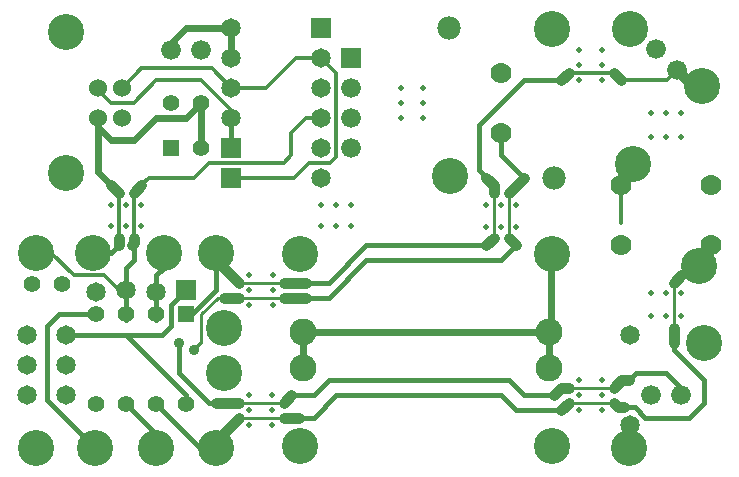
<source format=gbl>
G04 (created by PCBNEW (2013-07-07 BZR 4022)-stable) date 2/1/2015 8:32:49 PM*
%MOIN*%
G04 Gerber Fmt 3.4, Leading zero omitted, Abs format*
%FSLAX34Y34*%
G01*
G70*
G90*
G04 APERTURE LIST*
%ADD10C,0.00590551*%
%ADD11R,0.065X0.065*%
%ADD12C,0.065*%
%ADD13R,0.066X0.066*%
%ADD14C,0.066*%
%ADD15C,0.055*%
%ADD16C,0.07*%
%ADD17C,0.06*%
%ADD18C,0.12*%
%ADD19R,0.055X0.055*%
%ADD20C,0.09*%
%ADD21C,0.02*%
%ADD22C,0.078125*%
%ADD23C,0.035*%
%ADD24C,0.024*%
%ADD25C,0.016*%
%ADD26C,0.012*%
%ADD27C,0.036*%
%ADD28C,0.01*%
G04 APERTURE END LIST*
G54D10*
G54D11*
X52500Y-41250D03*
G54D12*
X49500Y-41250D03*
G54D11*
X48000Y-50000D03*
G54D12*
X47000Y-50050D03*
X46000Y-50000D03*
X45000Y-50050D03*
X44000Y-52500D03*
X44000Y-51500D03*
X44000Y-53500D03*
X42700Y-51500D03*
X42700Y-52500D03*
X42700Y-53500D03*
G54D13*
X53500Y-42250D03*
G54D14*
X53500Y-43250D03*
X53500Y-44250D03*
X53500Y-45250D03*
G54D15*
X42850Y-49800D03*
X43850Y-49800D03*
G54D16*
X62500Y-48500D03*
X62500Y-46500D03*
X65500Y-48500D03*
X65500Y-46500D03*
X58500Y-44750D03*
X58500Y-42750D03*
G54D17*
X45850Y-44250D03*
X45850Y-43250D03*
X45063Y-43250D03*
X45063Y-44250D03*
G54D18*
X44000Y-46112D03*
X44000Y-41388D03*
G54D19*
X48000Y-50800D03*
G54D15*
X47000Y-50800D03*
X46000Y-50800D03*
X45000Y-50800D03*
X45000Y-53800D03*
X46000Y-53800D03*
X47000Y-53800D03*
X48000Y-53800D03*
G54D11*
X49500Y-46250D03*
G54D12*
X52500Y-46250D03*
X49500Y-42250D03*
X52500Y-42250D03*
X49500Y-44250D03*
X52500Y-44250D03*
X49500Y-43250D03*
X52500Y-43250D03*
X62800Y-54500D03*
X62800Y-51500D03*
G54D19*
X47500Y-45250D03*
G54D15*
X48500Y-45250D03*
G54D20*
X51900Y-52600D03*
X60100Y-52600D03*
X51900Y-51400D03*
X60100Y-51400D03*
G54D18*
X49250Y-52750D03*
X49000Y-48750D03*
X47000Y-55250D03*
X43000Y-55250D03*
X49000Y-55250D03*
X65200Y-43200D03*
X62800Y-41300D03*
X65250Y-51750D03*
X62750Y-55250D03*
X65100Y-49200D03*
X56800Y-46200D03*
X60200Y-41300D03*
X62900Y-45800D03*
X51800Y-55200D03*
X60200Y-55200D03*
X51800Y-48800D03*
X44900Y-48750D03*
G54D14*
X63646Y-41946D03*
X64353Y-42653D03*
G54D21*
X46000Y-47850D03*
X45500Y-47850D03*
X46500Y-47850D03*
X46000Y-47150D03*
X46500Y-47150D03*
X45500Y-47150D03*
G54D22*
X60250Y-46250D03*
X56750Y-41250D03*
G54D18*
X60200Y-48800D03*
G54D11*
X49500Y-45250D03*
G54D12*
X52500Y-45250D03*
G54D21*
X53000Y-47850D03*
X52500Y-47850D03*
X53500Y-47850D03*
X53000Y-47150D03*
X53500Y-47150D03*
X52500Y-47150D03*
X58500Y-47150D03*
X59000Y-47150D03*
X58000Y-47150D03*
X58500Y-47900D03*
X59000Y-47900D03*
X58000Y-47900D03*
X55150Y-43750D03*
X55150Y-43250D03*
X55150Y-44250D03*
X55900Y-43750D03*
X55900Y-43250D03*
X55900Y-44250D03*
X64000Y-44900D03*
X64500Y-44900D03*
X63500Y-44900D03*
X64000Y-44100D03*
X63500Y-44100D03*
X64500Y-44100D03*
X61100Y-42500D03*
X61100Y-43000D03*
X61100Y-42000D03*
X61850Y-42500D03*
X61850Y-43000D03*
X61850Y-42000D03*
X61100Y-53500D03*
X61100Y-54000D03*
X61100Y-53000D03*
X61850Y-53500D03*
X61850Y-54000D03*
X61850Y-53000D03*
X64000Y-50850D03*
X63500Y-50850D03*
X64500Y-50850D03*
X64000Y-50100D03*
X63500Y-50100D03*
X64500Y-50100D03*
G54D15*
X47500Y-43750D03*
X48500Y-43750D03*
G54D14*
X47500Y-42000D03*
X48500Y-42000D03*
G54D21*
X50100Y-54000D03*
X50100Y-54500D03*
X50100Y-53500D03*
X50850Y-54000D03*
X50850Y-54500D03*
X50850Y-53500D03*
X50100Y-50000D03*
X50100Y-50500D03*
X50100Y-49500D03*
X50900Y-50000D03*
X50900Y-49500D03*
X50900Y-50500D03*
G54D18*
X49250Y-51250D03*
X44950Y-55250D03*
X47250Y-48750D03*
X43000Y-48750D03*
G54D14*
X64500Y-53500D03*
X63500Y-53500D03*
G54D23*
X47750Y-51750D03*
X48250Y-52000D03*
G54D24*
X49500Y-42250D02*
X49500Y-41250D01*
X49500Y-41250D02*
X48000Y-41250D01*
X48000Y-41250D02*
X47500Y-41750D01*
X47500Y-41750D02*
X47500Y-42000D01*
G54D25*
X48000Y-53800D02*
X48000Y-53500D01*
X48000Y-53500D02*
X46000Y-51500D01*
X48000Y-50000D02*
X48000Y-49750D01*
X44000Y-51500D02*
X46000Y-51500D01*
X46000Y-51500D02*
X46250Y-51500D01*
X46250Y-51500D02*
X47150Y-51500D01*
X47150Y-51500D02*
X47200Y-51500D01*
X47500Y-50500D02*
X48000Y-50000D01*
X47500Y-51200D02*
X47500Y-50500D01*
X47200Y-51500D02*
X47500Y-51200D01*
G54D26*
X62500Y-46500D02*
X62500Y-47750D01*
G54D25*
X45000Y-50800D02*
X43750Y-50800D01*
X43350Y-53650D02*
X44950Y-55250D01*
X43350Y-51200D02*
X43350Y-53650D01*
X43750Y-50800D02*
X43350Y-51200D01*
X44900Y-48750D02*
X45500Y-48750D01*
G54D27*
X45750Y-48500D02*
X45750Y-48250D01*
G54D26*
X45750Y-48250D02*
X45750Y-48000D01*
G54D27*
X45750Y-46750D02*
X45500Y-46500D01*
G54D26*
X45750Y-48000D02*
X45750Y-46750D01*
G54D24*
X45063Y-46063D02*
X45063Y-44250D01*
X45063Y-46063D02*
X45250Y-46250D01*
X45500Y-46500D02*
X45250Y-46250D01*
G54D25*
X45500Y-48750D02*
X45750Y-48500D01*
X44950Y-55250D02*
X44950Y-55150D01*
X44550Y-55250D02*
X44950Y-55250D01*
X45000Y-48850D02*
X44900Y-48750D01*
G54D24*
X48500Y-43750D02*
X48500Y-45250D01*
X45063Y-44250D02*
X45063Y-44563D01*
X48000Y-44250D02*
X48500Y-43750D01*
X47000Y-44250D02*
X48000Y-44250D01*
X46250Y-45000D02*
X47000Y-44250D01*
X45500Y-45000D02*
X46250Y-45000D01*
X45063Y-44563D02*
X45500Y-45000D01*
X44900Y-48750D02*
X44750Y-48750D01*
G54D25*
X45150Y-48500D02*
X44900Y-48750D01*
G54D26*
X62900Y-45800D02*
X62900Y-46100D01*
X62900Y-46100D02*
X62500Y-46500D01*
G54D24*
X60100Y-51400D02*
X51900Y-51400D01*
X51900Y-51400D02*
X51900Y-52600D01*
X60100Y-52600D02*
X60100Y-51400D01*
X60100Y-51400D02*
X60150Y-51350D01*
X60150Y-51350D02*
X60150Y-48950D01*
G54D26*
X49500Y-46250D02*
X51600Y-46250D01*
X53000Y-42750D02*
X52500Y-42250D01*
X53000Y-45550D02*
X53000Y-42750D01*
X52800Y-45750D02*
X53000Y-45550D01*
X52100Y-45750D02*
X52800Y-45750D01*
X51600Y-46250D02*
X52100Y-45750D01*
X52500Y-42250D02*
X51650Y-42250D01*
X50650Y-43250D02*
X49500Y-43250D01*
X51650Y-42250D02*
X50650Y-43250D01*
X46350Y-42750D02*
X46500Y-42600D01*
X45850Y-43250D02*
X46350Y-42750D01*
X48850Y-42600D02*
X49500Y-43250D01*
X46500Y-42600D02*
X48850Y-42600D01*
G54D25*
X49000Y-53750D02*
X48750Y-53750D01*
X47750Y-52750D02*
X47750Y-51750D01*
G54D28*
X49750Y-53750D02*
X51250Y-53750D01*
G54D25*
X60250Y-53500D02*
X59250Y-53500D01*
G54D27*
X60500Y-53250D02*
X60250Y-53500D01*
G54D28*
X60750Y-53250D02*
X62250Y-53250D01*
G54D27*
X62500Y-53000D02*
X62250Y-53250D01*
G54D25*
X64500Y-53250D02*
X64500Y-53500D01*
X63000Y-52750D02*
X62750Y-53000D01*
X64000Y-52750D02*
X63000Y-52750D01*
X64500Y-53250D02*
X64000Y-52750D01*
G54D27*
X62750Y-53000D02*
X62500Y-53000D01*
X60750Y-53250D02*
X60500Y-53250D01*
G54D25*
X52250Y-53500D02*
X51500Y-53500D01*
X52750Y-53000D02*
X52250Y-53500D01*
X58750Y-53000D02*
X52750Y-53000D01*
X59250Y-53500D02*
X58750Y-53000D01*
G54D27*
X51250Y-53750D02*
X51500Y-53500D01*
X49000Y-53750D02*
X49750Y-53750D01*
G54D25*
X48750Y-53750D02*
X47750Y-52750D01*
G54D26*
X46000Y-50000D02*
X45750Y-50000D01*
X43500Y-48750D02*
X43000Y-48750D01*
X44250Y-49500D02*
X43500Y-48750D01*
X45250Y-49500D02*
X44250Y-49500D01*
X45750Y-50000D02*
X45250Y-49500D01*
G54D25*
X46000Y-50000D02*
X46000Y-49250D01*
X46250Y-49000D02*
X46250Y-48440D01*
X46000Y-49250D02*
X46250Y-49000D01*
X46000Y-51000D02*
X46000Y-50000D01*
G54D26*
X52500Y-44250D02*
X52000Y-44250D01*
X52000Y-44250D02*
X51500Y-44750D01*
X51500Y-44750D02*
X51500Y-45500D01*
X51500Y-45500D02*
X51250Y-45750D01*
X51250Y-45750D02*
X48750Y-45750D01*
X48750Y-45750D02*
X48250Y-46250D01*
X48250Y-46250D02*
X46750Y-46250D01*
G54D27*
X46250Y-46750D02*
X46500Y-46500D01*
G54D26*
X46750Y-46250D02*
X46500Y-46500D01*
X46250Y-48250D02*
X46250Y-46750D01*
G54D27*
X46250Y-48250D02*
X46250Y-48440D01*
X46250Y-48440D02*
X46190Y-48500D01*
X49750Y-50250D02*
X49250Y-50250D01*
X51250Y-50250D02*
X52000Y-50250D01*
G54D25*
X58500Y-49000D02*
X54000Y-49000D01*
X54000Y-49000D02*
X52750Y-50250D01*
X52750Y-50250D02*
X52000Y-50250D01*
G54D27*
X59000Y-48500D02*
X58750Y-48250D01*
X58750Y-46750D02*
X59250Y-46250D01*
G54D25*
X58500Y-45500D02*
X59250Y-46250D01*
X58500Y-44750D02*
X58500Y-45500D01*
G54D28*
X58750Y-48250D02*
X58750Y-46750D01*
G54D25*
X59000Y-48500D02*
X58500Y-49000D01*
G54D28*
X49750Y-50250D02*
X51250Y-50250D01*
X48500Y-50796D02*
X49046Y-50250D01*
X49046Y-50250D02*
X49250Y-50250D01*
G54D26*
X48250Y-52000D02*
X48500Y-51750D01*
G54D28*
X48500Y-51750D02*
X48500Y-50796D01*
G54D25*
X47000Y-55250D02*
X47000Y-54800D01*
X47000Y-54800D02*
X46000Y-53800D01*
X47250Y-48750D02*
X47250Y-49250D01*
X47000Y-49500D02*
X47000Y-50050D01*
X47250Y-49250D02*
X47000Y-49500D01*
X47000Y-51000D02*
X47000Y-50000D01*
G54D26*
X45063Y-43250D02*
X45063Y-43313D01*
X49500Y-44000D02*
X49500Y-44250D01*
X48500Y-43000D02*
X49500Y-44000D01*
X47000Y-43000D02*
X48500Y-43000D01*
X46250Y-43750D02*
X47000Y-43000D01*
X45500Y-43750D02*
X46250Y-43750D01*
X45063Y-43313D02*
X45500Y-43750D01*
G54D25*
X49500Y-45250D02*
X49500Y-44250D01*
G54D27*
X49750Y-54250D02*
X49250Y-54750D01*
X51250Y-54250D02*
X51750Y-54250D01*
G54D25*
X59000Y-54000D02*
X58500Y-53500D01*
X58500Y-53500D02*
X53000Y-53500D01*
X53000Y-53500D02*
X52250Y-54250D01*
X52250Y-54250D02*
X51750Y-54250D01*
G54D27*
X60500Y-54000D02*
X60750Y-53750D01*
X62600Y-53900D02*
X62400Y-53900D01*
X62400Y-53900D02*
X62250Y-53750D01*
G54D28*
X60750Y-53750D02*
X62250Y-53750D01*
G54D25*
X60500Y-54000D02*
X59000Y-54000D01*
G54D28*
X49750Y-54250D02*
X51250Y-54250D01*
G54D27*
X49250Y-54750D02*
X49000Y-55250D01*
G54D25*
X62950Y-53900D02*
X62600Y-53900D01*
X63300Y-54250D02*
X62950Y-53900D01*
X64250Y-51750D02*
X64250Y-52000D01*
G54D27*
X64250Y-49750D02*
X64500Y-49500D01*
G54D25*
X64800Y-49200D02*
X64500Y-49500D01*
X65100Y-49200D02*
X64800Y-49200D01*
G54D28*
X64250Y-51000D02*
X64250Y-49750D01*
X64250Y-51250D02*
X64250Y-51000D01*
G54D27*
X64250Y-51750D02*
X64250Y-51250D01*
G54D25*
X64750Y-54250D02*
X63500Y-54250D01*
X65250Y-53750D02*
X64750Y-54250D01*
X65250Y-53000D02*
X65250Y-53750D01*
X64250Y-52000D02*
X65250Y-53000D01*
X63500Y-54250D02*
X63300Y-54250D01*
X62600Y-53900D02*
X62500Y-54000D01*
X49000Y-55250D02*
X48450Y-55250D01*
X48450Y-55250D02*
X47000Y-53800D01*
X47000Y-53800D02*
X47000Y-53900D01*
G54D26*
X65500Y-48500D02*
X65500Y-48800D01*
X65500Y-48800D02*
X65100Y-49200D01*
G54D25*
X48000Y-50800D02*
X48200Y-50800D01*
X49000Y-50000D02*
X49000Y-48750D01*
X48200Y-50800D02*
X49000Y-50000D01*
G54D27*
X49750Y-49750D02*
X49250Y-49250D01*
X51250Y-49750D02*
X52000Y-49750D01*
G54D25*
X54000Y-48500D02*
X52750Y-49750D01*
X52750Y-49750D02*
X52000Y-49750D01*
G54D27*
X58000Y-48500D02*
X58250Y-48250D01*
X58250Y-46750D02*
X58250Y-46500D01*
G54D25*
X60500Y-43000D02*
X59250Y-43000D01*
G54D26*
X62250Y-42750D02*
X60750Y-42750D01*
G54D27*
X60750Y-42750D02*
X60500Y-43000D01*
X62500Y-43000D02*
X62250Y-42750D01*
G54D26*
X64353Y-42653D02*
X64007Y-43000D01*
X62500Y-43000D02*
X64007Y-43000D01*
G54D25*
X57750Y-46000D02*
X58000Y-46250D01*
X57750Y-44500D02*
X57750Y-46000D01*
X59250Y-43000D02*
X57750Y-44500D01*
G54D27*
X58250Y-46500D02*
X58000Y-46250D01*
G54D28*
X58250Y-48250D02*
X58250Y-46750D01*
G54D25*
X58000Y-48500D02*
X54000Y-48500D01*
G54D28*
X49750Y-49750D02*
X51250Y-49750D01*
G54D27*
X49250Y-49250D02*
X49000Y-48750D01*
X65300Y-43300D02*
X65000Y-43300D01*
X65000Y-43300D02*
X64353Y-42653D01*
M02*

</source>
